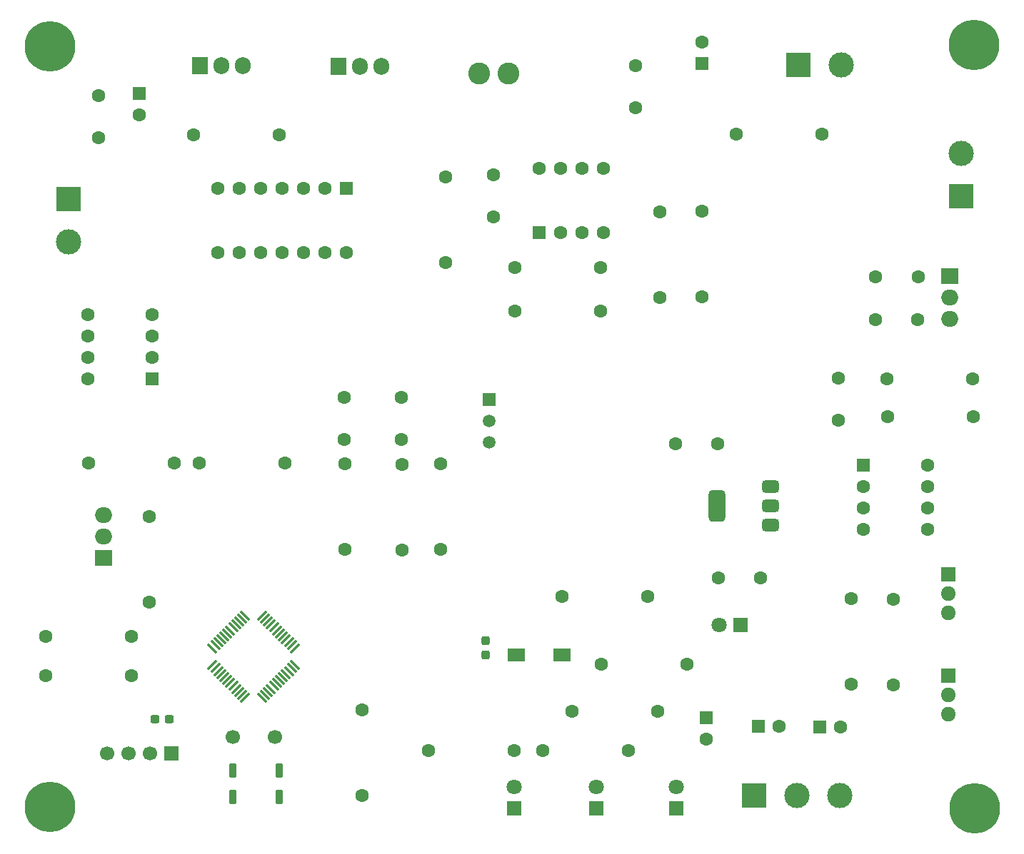
<source format=gbr>
%TF.GenerationSoftware,KiCad,Pcbnew,9.0.3-9.0.3-0~ubuntu24.04.1*%
%TF.CreationDate,2025-10-27T23:52:17-03:00*%
%TF.ProjectId,CargadorDeBaterias_rev2,43617267-6164-46f7-9244-654261746572,rev?*%
%TF.SameCoordinates,Original*%
%TF.FileFunction,Soldermask,Top*%
%TF.FilePolarity,Negative*%
%FSLAX46Y46*%
G04 Gerber Fmt 4.6, Leading zero omitted, Abs format (unit mm)*
G04 Created by KiCad (PCBNEW 9.0.3-9.0.3-0~ubuntu24.04.1) date 2025-10-27 23:52:17*
%MOMM*%
%LPD*%
G01*
G04 APERTURE LIST*
G04 Aperture macros list*
%AMRoundRect*
0 Rectangle with rounded corners*
0 $1 Rounding radius*
0 $2 $3 $4 $5 $6 $7 $8 $9 X,Y pos of 4 corners*
0 Add a 4 corners polygon primitive as box body*
4,1,4,$2,$3,$4,$5,$6,$7,$8,$9,$2,$3,0*
0 Add four circle primitives for the rounded corners*
1,1,$1+$1,$2,$3*
1,1,$1+$1,$4,$5*
1,1,$1+$1,$6,$7*
1,1,$1+$1,$8,$9*
0 Add four rect primitives between the rounded corners*
20,1,$1+$1,$2,$3,$4,$5,0*
20,1,$1+$1,$4,$5,$6,$7,0*
20,1,$1+$1,$6,$7,$8,$9,0*
20,1,$1+$1,$8,$9,$2,$3,0*%
G04 Aperture macros list end*
%ADD10C,1.600000*%
%ADD11R,1.800000X1.800000*%
%ADD12C,1.800000*%
%ADD13RoundRect,0.237500X0.300000X0.237500X-0.300000X0.237500X-0.300000X-0.237500X0.300000X-0.237500X0*%
%ADD14RoundRect,0.237500X0.237500X-0.300000X0.237500X0.300000X-0.237500X0.300000X-0.237500X-0.300000X0*%
%ADD15R,2.000000X1.905000*%
%ADD16O,2.000000X1.905000*%
%ADD17RoundRect,0.250000X0.550000X-0.550000X0.550000X0.550000X-0.550000X0.550000X-0.550000X-0.550000X0*%
%ADD18C,6.000000*%
%ADD19RoundRect,0.250000X-0.550000X0.550000X-0.550000X-0.550000X0.550000X-0.550000X0.550000X0.550000X0*%
%ADD20RoundRect,0.075000X0.521491X-0.415425X-0.415425X0.521491X-0.521491X0.415425X0.415425X-0.521491X0*%
%ADD21RoundRect,0.075000X0.521491X0.415425X0.415425X0.521491X-0.521491X-0.415425X-0.415425X-0.521491X0*%
%ADD22R,3.000000X3.000000*%
%ADD23C,3.000000*%
%ADD24RoundRect,0.375000X0.625000X0.375000X-0.625000X0.375000X-0.625000X-0.375000X0.625000X-0.375000X0*%
%ADD25RoundRect,0.500000X0.500000X1.400000X-0.500000X1.400000X-0.500000X-1.400000X0.500000X-1.400000X0*%
%ADD26RoundRect,0.250000X0.550000X0.550000X-0.550000X0.550000X-0.550000X-0.550000X0.550000X-0.550000X0*%
%ADD27R,1.700000X1.700000*%
%ADD28C,1.700000*%
%ADD29RoundRect,0.250000X-0.550000X-0.550000X0.550000X-0.550000X0.550000X0.550000X-0.550000X0.550000X0*%
%ADD30R,1.905000X2.000000*%
%ADD31O,1.905000X2.000000*%
%ADD32R,2.000000X1.600000*%
%ADD33R,1.800000X1.710000*%
%ADD34O,1.800000X1.710000*%
%ADD35C,2.600000*%
%ADD36RoundRect,0.102000X0.300000X-0.750000X0.300000X0.750000X-0.300000X0.750000X-0.300000X-0.750000X0*%
%ADD37R,1.500000X1.500000*%
%ADD38C,1.500000*%
G04 APERTURE END LIST*
D10*
%TO.C,R30*%
X140700000Y-132600000D03*
X150860000Y-132600000D03*
%TD*%
D11*
%TO.C,D2*%
X150860000Y-139500000D03*
D12*
X150860000Y-136960000D03*
%TD*%
D13*
%TO.C,C16*%
X110012500Y-128950000D03*
X108287500Y-128950000D03*
%TD*%
D14*
%TO.C,C15*%
X147532500Y-121300000D03*
X147532500Y-119575000D03*
%TD*%
D10*
%TO.C,R31*%
X157770000Y-127950000D03*
X167930000Y-127950000D03*
%TD*%
D15*
%TO.C,Q2*%
X102175000Y-109780000D03*
D16*
X102175000Y-107240000D03*
X102175000Y-104700000D03*
%TD*%
D10*
%TO.C,R19*%
X161115000Y-75325000D03*
X150955000Y-75325000D03*
%TD*%
%TO.C,R5*%
X100395000Y-98550000D03*
X110555000Y-98550000D03*
%TD*%
%TO.C,R8*%
X130825000Y-108800000D03*
X130825000Y-98640000D03*
%TD*%
D17*
%TO.C,U4*%
X153830000Y-71190000D03*
D10*
X156370000Y-71190000D03*
X158910000Y-71190000D03*
X161450000Y-71190000D03*
X161450000Y-63570000D03*
X158910000Y-63570000D03*
X156370000Y-63570000D03*
X153830000Y-63570000D03*
%TD*%
D18*
%TO.C,H2*%
X95825000Y-49100000D03*
%TD*%
D19*
%TO.C,C21*%
X173675000Y-128767621D03*
D10*
X173675000Y-131267621D03*
%TD*%
D20*
%TO.C,U8*%
X120998788Y-126387876D03*
X121352342Y-126034322D03*
X121705895Y-125680769D03*
X122059449Y-125327215D03*
X122413002Y-124973662D03*
X122766555Y-124620109D03*
X123120109Y-124266555D03*
X123473662Y-123913002D03*
X123827215Y-123559449D03*
X124180769Y-123205895D03*
X124534322Y-122852342D03*
X124887876Y-122498788D03*
D21*
X124887876Y-120501212D03*
X124534322Y-120147658D03*
X124180769Y-119794105D03*
X123827215Y-119440551D03*
X123473662Y-119086998D03*
X123120109Y-118733445D03*
X122766555Y-118379891D03*
X122413002Y-118026338D03*
X122059449Y-117672785D03*
X121705895Y-117319231D03*
X121352342Y-116965678D03*
X120998788Y-116612124D03*
D20*
X119001212Y-116612124D03*
X118647658Y-116965678D03*
X118294105Y-117319231D03*
X117940551Y-117672785D03*
X117586998Y-118026338D03*
X117233445Y-118379891D03*
X116879891Y-118733445D03*
X116526338Y-119086998D03*
X116172785Y-119440551D03*
X115819231Y-119794105D03*
X115465678Y-120147658D03*
X115112124Y-120501212D03*
D21*
X115112124Y-122498788D03*
X115465678Y-122852342D03*
X115819231Y-123205895D03*
X116172785Y-123559449D03*
X116526338Y-123913002D03*
X116879891Y-124266555D03*
X117233445Y-124620109D03*
X117586998Y-124973662D03*
X117940551Y-125327215D03*
X118294105Y-125680769D03*
X118647658Y-126034322D03*
X119001212Y-126387876D03*
%TD*%
D22*
%TO.C,J3*%
X179340000Y-138000000D03*
D23*
X184420000Y-138000000D03*
X189500000Y-138000000D03*
%TD*%
D24*
%TO.C,U9*%
X181250000Y-105875000D03*
X181250000Y-103575000D03*
D25*
X174950000Y-103575000D03*
D24*
X181250000Y-101275000D03*
%TD*%
D22*
%TO.C,J2*%
X98100000Y-67220000D03*
D23*
X98100000Y-72300000D03*
%TD*%
D26*
%TO.C,U5*%
X108000000Y-88500000D03*
D10*
X108000000Y-85960000D03*
X108000000Y-83420000D03*
X108000000Y-80880000D03*
X100380000Y-80880000D03*
X100380000Y-83420000D03*
X100380000Y-85960000D03*
X100380000Y-88500000D03*
%TD*%
D27*
%TO.C,J4*%
X110265000Y-132975000D03*
D28*
X107725000Y-132975000D03*
X105185000Y-132975000D03*
X102645000Y-132975000D03*
%TD*%
D10*
%TO.C,C8*%
X130750000Y-95750000D03*
X130750000Y-90750000D03*
%TD*%
D29*
%TO.C,U7*%
X192255000Y-98800000D03*
D10*
X192255000Y-101340000D03*
X192255000Y-103880000D03*
X192255000Y-106420000D03*
X199875000Y-106420000D03*
X199875000Y-103880000D03*
X199875000Y-101340000D03*
X199875000Y-98800000D03*
%TD*%
D30*
%TO.C,Q1*%
X113645000Y-51400000D03*
D31*
X116185000Y-51400000D03*
X118725000Y-51400000D03*
%TD*%
D10*
%TO.C,C13*%
X175000000Y-96225000D03*
X170000000Y-96225000D03*
%TD*%
D29*
%TO.C,C10*%
X179844888Y-129750000D03*
D10*
X182344888Y-129750000D03*
%TD*%
D32*
%TO.C,SW1*%
X156532500Y-121300000D03*
X151132500Y-121300000D03*
%TD*%
D33*
%TO.C,Q5*%
X202375000Y-111740000D03*
D34*
X202375000Y-114020000D03*
X202375000Y-116300000D03*
%TD*%
D10*
%TO.C,R26*%
X166705000Y-114325000D03*
X156545000Y-114325000D03*
%TD*%
D22*
%TO.C,J1*%
X184560000Y-51275000D03*
D23*
X189640000Y-51275000D03*
%TD*%
D10*
%TO.C,C3*%
X101625000Y-54950000D03*
X101625000Y-59950000D03*
%TD*%
%TO.C,R7*%
X137575000Y-108805000D03*
X137575000Y-98645000D03*
%TD*%
D18*
%TO.C,H3*%
X95825000Y-139300000D03*
%TD*%
D10*
%TO.C,R10*%
X142805000Y-64595000D03*
X142805000Y-74755000D03*
%TD*%
D11*
%TO.C,D9*%
X177750000Y-117775000D03*
D12*
X175210000Y-117775000D03*
%TD*%
D17*
%TO.C,C1*%
X173150000Y-51069888D03*
D10*
X173150000Y-48569888D03*
%TD*%
%TO.C,R20*%
X150975000Y-80475000D03*
X161135000Y-80475000D03*
%TD*%
%TO.C,C14*%
X175100000Y-112125000D03*
X180100000Y-112125000D03*
%TD*%
%TO.C,R32*%
X154250000Y-132675000D03*
X164410000Y-132675000D03*
%TD*%
%TO.C,C6*%
X198725000Y-81510000D03*
X193725000Y-81510000D03*
%TD*%
D18*
%TO.C,H1*%
X205450000Y-48925000D03*
%TD*%
D28*
%TO.C,Y1*%
X122500000Y-131000000D03*
X117500000Y-131000000D03*
%TD*%
D10*
%TO.C,R3*%
X168175000Y-68695000D03*
X168175000Y-78855000D03*
%TD*%
%TO.C,R22*%
X195875000Y-124880000D03*
X195875000Y-114720000D03*
%TD*%
%TO.C,C2*%
X165250000Y-51375000D03*
X165250000Y-56375000D03*
%TD*%
%TO.C,R25*%
X205235000Y-88545000D03*
X195075000Y-88545000D03*
%TD*%
D11*
%TO.C,D7*%
X160650000Y-139465000D03*
D12*
X160650000Y-136925000D03*
%TD*%
D10*
%TO.C,C9*%
X148455000Y-69325000D03*
X148455000Y-64325000D03*
%TD*%
%TO.C,R29*%
X132900000Y-137980000D03*
X132900000Y-127820000D03*
%TD*%
D18*
%TO.C,H4*%
X205500000Y-139500000D03*
%TD*%
D15*
%TO.C,U3*%
X202550000Y-76310000D03*
D16*
X202550000Y-78850000D03*
X202550000Y-81390000D03*
%TD*%
D10*
%TO.C,R24*%
X205355000Y-93020000D03*
X195195000Y-93020000D03*
%TD*%
D30*
%TO.C,D6*%
X130095000Y-51425000D03*
D31*
X132635000Y-51425000D03*
X135175000Y-51425000D03*
%TD*%
D33*
%TO.C,Q4*%
X202375000Y-123740000D03*
D34*
X202375000Y-126020000D03*
X202375000Y-128300000D03*
%TD*%
D10*
%TO.C,R1*%
X187380000Y-59475000D03*
X177220000Y-59475000D03*
%TD*%
D19*
%TO.C,C4*%
X106425000Y-54694888D03*
D10*
X106425000Y-57194888D03*
%TD*%
%TO.C,R27*%
X105475000Y-123725000D03*
X95315000Y-123725000D03*
%TD*%
%TO.C,R2*%
X173125000Y-68645000D03*
X173125000Y-78805000D03*
%TD*%
%TO.C,R4*%
X107600000Y-104890000D03*
X107600000Y-115050000D03*
%TD*%
D29*
%TO.C,C11*%
X187125000Y-129850000D03*
D10*
X189625000Y-129850000D03*
%TD*%
D35*
%TO.C,L1*%
X146750000Y-52300000D03*
X150250000Y-52300000D03*
%TD*%
D19*
%TO.C,U1*%
X131020000Y-65945000D03*
D10*
X128480000Y-65945000D03*
X125940000Y-65945000D03*
X123400000Y-65945000D03*
X120860000Y-65945000D03*
X118320000Y-65945000D03*
X115780000Y-65945000D03*
X115780000Y-73565000D03*
X118320000Y-73565000D03*
X120860000Y-73565000D03*
X123400000Y-73565000D03*
X125940000Y-73565000D03*
X128480000Y-73565000D03*
X131020000Y-73565000D03*
%TD*%
%TO.C,R11*%
X142150000Y-108730000D03*
X142150000Y-98570000D03*
%TD*%
%TO.C,C5*%
X198775000Y-76460000D03*
X193775000Y-76460000D03*
%TD*%
D36*
%TO.C,Y2*%
X117500000Y-138150000D03*
X123000000Y-138150000D03*
X123000000Y-135000000D03*
X117500000Y-135000000D03*
%TD*%
D10*
%TO.C,R28*%
X105480000Y-119050000D03*
X95320000Y-119050000D03*
%TD*%
D11*
%TO.C,D8*%
X170075000Y-139465000D03*
D12*
X170075000Y-136925000D03*
%TD*%
D37*
%TO.C,Q3*%
X147925000Y-90950000D03*
D38*
X147925000Y-93490000D03*
X147925000Y-96030000D03*
%TD*%
D10*
%TO.C,R9*%
X123030000Y-59600000D03*
X112870000Y-59600000D03*
%TD*%
%TO.C,C7*%
X137550000Y-95750000D03*
X137550000Y-90750000D03*
%TD*%
D22*
%TO.C,J6*%
X203925000Y-66825000D03*
D23*
X203925000Y-61745000D03*
%TD*%
D10*
%TO.C,C12*%
X189355000Y-93470000D03*
X189355000Y-88470000D03*
%TD*%
%TO.C,R23*%
X190875000Y-124800000D03*
X190875000Y-114640000D03*
%TD*%
%TO.C,R33*%
X171380000Y-122425000D03*
X161220000Y-122425000D03*
%TD*%
%TO.C,R6*%
X113545000Y-98525000D03*
X123705000Y-98525000D03*
%TD*%
M02*

</source>
